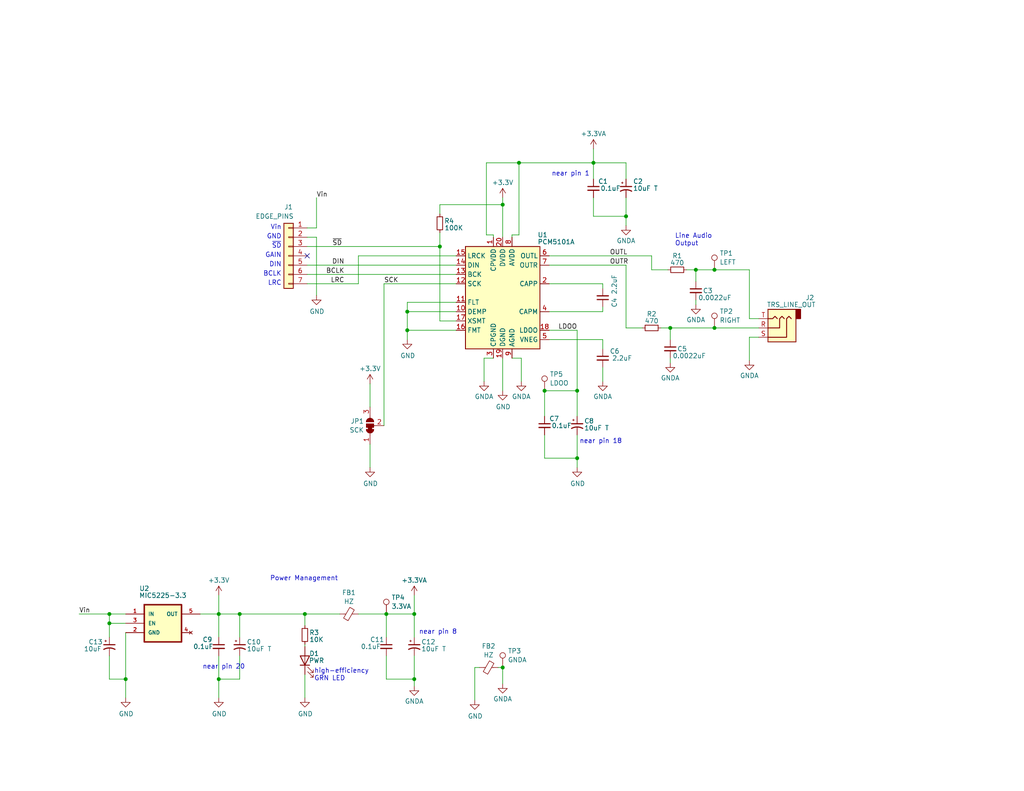
<source format=kicad_sch>
(kicad_sch (version 20230121) (generator eeschema)
  (paper "USLetter")
  (title_block (title "PCM510x_I2S_DAC Breakout") (date "2023-10-02") (rev "0.0.2") (company "Cedar Grove Studios"))
  (lib_symbols
    (symbol "Audio:PCM5101A"
      (property "Reference" "U" (at -10.16 13.97 0))
      (property "Value" "PCM5101A" (at 3.81 13.97 0))
      (symbol "PCM5101A_0_1"
        (rectangle (start -10.16 12.7) (end 10.16 -15.24) (stroke (width 0.254)) (fill (type background)))
      )
      (symbol "PCM5101A_1_1"
        (pin passive line (at -2.54 15.24 270) (length 2.54) (name "CPVDD") (number "1"))
        (pin input line (at -12.7 -5.08 0) (length 2.54) (name "DEMP") (number "10"))
        (pin input line (at -12.7 -2.54 0) (length 2.54) (name "FLT") (number "11"))
        (pin input line (at -12.7 2.54 0) (length 2.54) (name "SCK") (number "12"))
        (pin input line (at -12.7 5.08 0) (length 2.54) (name "BCK") (number "13"))
        (pin input line (at -12.7 7.62 0) (length 2.54) (name "DIN") (number "14"))
        (pin input line (at -12.7 10.16 0) (length 2.54) (name "LRCK") (number "15"))
        (pin input line (at -12.7 -10.16 0) (length 2.54) (name "FMT") (number "16"))
        (pin input line (at -12.7 -7.62 0) (length 2.54) (name "XSMT") (number "17"))
        (pin passive line (at 12.7 -10.16 180) (length 2.54) (name "LDOO") (number "18"))
        (pin power_in line (at 0 -17.78 90) (length 2.54) (name "DGND") (number "19"))
        (pin passive line (at 12.7 2.54 180) (length 2.54) (name "CAPP") (number "2"))
        (pin power_in line (at 0 15.24 270) (length 2.54) (name "DVDD") (number "20"))
        (pin power_in line (at -2.54 -17.78 90) (length 2.54) (name "CPGND") (number "3"))
        (pin passive line (at 12.7 -5.08 180) (length 2.54) (name "CAPM") (number "4"))
        (pin passive line (at 12.7 -12.7 180) (length 2.54) (name "VNEG") (number "5"))
        (pin output line (at 12.7 10.16 180) (length 2.54) (name "OUTL") (number "6"))
        (pin output line (at 12.7 7.62 180) (length 2.54) (name "OUTR") (number "7"))
        (pin power_in line (at 2.54 15.24 270) (length 2.54) (name "AVDD") (number "8"))
        (pin power_in line (at 2.54 -17.78 90) (length 2.54) (name "AGND") (number "9"))
      )
    )
    (symbol "Connector:TestPoint" (pin_numbers hide) (pin_names (offset 0.762) hide)
      (property "Reference" "TP" (at 0 6.858 0))
      (property "Value" "TestPoint" (at 0 5.08 0))
      (symbol "TestPoint_0_1"
        (circle (center 0 3.302) (radius 0.762))
      )
      (symbol "TestPoint_1_1"
        (pin passive line (at 0 0 90) (length 2.54) (name "1") (number "1"))
      )
    )
    (symbol "Connector_Audio:AudioJack3"
      (property "Reference" "J" (at 0 8.89 0))
      (property "Value" "AudioJack3" (at 0 6.35 0))
      (symbol "AudioJack3_0_1"
        (rectangle (start -5.08 -5.08) (end -6.35 -2.54) (stroke (width 0.254)) (fill (type outline)))
        (polyline (pts (xy 0 -2.54) (xy 0.635 -3.175) (xy 1.27 -2.54) (xy 2.54 -2.54)) (stroke (width 0.254)))
        (polyline (pts (xy -1.905 -2.54) (xy -1.27 -3.175) (xy -0.635 -2.54) (xy -0.635 0) (xy 2.54 0)) (stroke (width 0.254)))
        (polyline (pts (xy 2.54 2.54) (xy -2.54 2.54) (xy -2.54 -2.54) (xy -3.175 -3.175) (xy -3.81 -2.54)) (stroke (width 0.254)))
        (rectangle (start 2.54 3.81) (end -5.08 -5.08) (stroke (width 0.254)) (fill (type background)))
      )
      (symbol "AudioJack3_1_1"
        (pin passive line (at 5.08 0 180) (length 2.54) (name "~") (number "R"))
        (pin passive line (at 5.08 2.54 180) (length 2.54) (name "~") (number "S"))
        (pin passive line (at 5.08 -2.54 180) (length 2.54) (name "~") (number "T"))
      )
    )
    (symbol "Connector_Generic:Conn_01x07" (pin_names (offset 1.016) hide)
      (property "Reference" "J" (at 0 10.16 0))
      (property "Value" "Conn_01x07" (at 0 -10.16 0))
      (symbol "Conn_01x07_1_1"
        (rectangle (start -1.27 -7.493) (end 0 -7.747) (stroke (width 0.1524)))
        (rectangle (start -1.27 -4.953) (end 0 -5.207) (stroke (width 0.1524)))
        (rectangle (start -1.27 -2.413) (end 0 -2.667) (stroke (width 0.1524)))
        (rectangle (start -1.27 0.127) (end 0 -0.127) (stroke (width 0.1524)))
        (rectangle (start -1.27 2.667) (end 0 2.413) (stroke (width 0.1524)))
        (rectangle (start -1.27 5.207) (end 0 4.953) (stroke (width 0.1524)))
        (rectangle (start -1.27 7.747) (end 0 7.493) (stroke (width 0.1524)))
        (rectangle (start -1.27 8.89) (end 1.27 -8.89) (stroke (width 0.254)) (fill (type background)))
        (pin passive line (at -5.08 7.62 0) (length 3.81) (name "Pin_1") (number "1"))
        (pin passive line (at -5.08 5.08 0) (length 3.81) (name "Pin_2") (number "2"))
        (pin passive line (at -5.08 2.54 0) (length 3.81) (name "Pin_3") (number "3"))
        (pin passive line (at -5.08 0 0) (length 3.81) (name "Pin_4") (number "4"))
        (pin passive line (at -5.08 -2.54 0) (length 3.81) (name "Pin_5") (number "5"))
        (pin passive line (at -5.08 -5.08 0) (length 3.81) (name "Pin_6") (number "6"))
        (pin passive line (at -5.08 -7.62 0) (length 3.81) (name "Pin_7") (number "7"))
      )
    )
    (symbol "Device:C_Polarized_Small_US" (pin_numbers hide) (pin_names (offset 0.254) hide)
      (property "Reference" "C" (at 0.254 1.778 0))
      (property "Value" "C_Polarized_Small_US" (at 0.254 -2.032 0))
      (symbol "C_Polarized_Small_US_0_1"
        (polyline (pts (xy -1.524 0.508) (xy 1.524 0.508)) (stroke (width 0.3048)))
        (polyline (pts (xy -1.27 1.524) (xy -0.762 1.524)))
        (polyline (pts (xy -1.016 1.27) (xy -1.016 1.778)))
        (arc (start 1.524 -0.762) (mid 0 -0.3734) (end -1.524 -0.762) (stroke (width 0.3048)))
      )
      (symbol "C_Polarized_Small_US_1_1"
        (pin passive line (at 0 2.54 270) (length 2.032) (name "~") (number "1"))
        (pin passive line (at 0 -2.54 90) (length 2.032) (name "~") (number "2"))
      )
    )
    (symbol "Device:C_Small" (pin_numbers hide) (pin_names (offset 0.254) hide)
      (property "Reference" "C" (at 0.254 1.778 0))
      (property "Value" "C_Small" (at 0.254 -2.032 0))
      (symbol "C_Small_0_1"
        (polyline (pts (xy -1.524 -0.508) (xy 1.524 -0.508)) (stroke (width 0.3302)))
        (polyline (pts (xy -1.524 0.508) (xy 1.524 0.508)) (stroke (width 0.3048)))
      )
      (symbol "C_Small_1_1"
        (pin passive line (at 0 2.54 270) (length 2.032) (name "~") (number "1"))
        (pin passive line (at 0 -2.54 90) (length 2.032) (name "~") (number "2"))
      )
    )
    (symbol "Device:FerriteBead_Small" (pin_numbers hide) (pin_names (offset 0))
      (property "Reference" "FB" (at 1.905 1.27 0))
      (property "Value" "FerriteBead_Small" (at 1.905 -1.27 0))
      (symbol "FerriteBead_Small_0_1"
        (polyline (pts (xy 0 -1.27) (xy 0 -0.7874)))
        (polyline (pts (xy 0 0.889) (xy 0 1.2954)))
        (polyline (pts (xy -1.8288 0.2794) (xy -1.1176 1.4986) (xy 1.8288 -0.2032) (xy 1.1176 -1.4224) (xy -1.8288 0.2794)))
      )
      (symbol "FerriteBead_Small_1_1"
        (pin passive line (at 0 2.54 270) (length 1.27) (name "~") (number "1"))
        (pin passive line (at 0 -2.54 90) (length 1.27) (name "~") (number "2"))
      )
    )
    (symbol "Device:LED" (pin_numbers hide) (pin_names (offset 1.016) hide)
      (property "Reference" "D" (at 0 2.54 0))
      (property "Value" "LED" (at 0 -2.54 0))
      (symbol "LED_0_1"
        (polyline (pts (xy -1.27 -1.27) (xy -1.27 1.27)) (stroke (width 0.254)))
        (polyline (pts (xy -1.27 0) (xy 1.27 0)))
        (polyline (pts (xy 1.27 -1.27) (xy 1.27 1.27) (xy -1.27 0) (xy 1.27 -1.27)) (stroke (width 0.254)))
        (polyline (pts (xy -3.048 -0.762) (xy -4.572 -2.286) (xy -3.81 -2.286) (xy -4.572 -2.286) (xy -4.572 -1.524)))
        (polyline (pts (xy -1.778 -0.762) (xy -3.302 -2.286) (xy -2.54 -2.286) (xy -3.302 -2.286) (xy -3.302 -1.524)))
      )
      (symbol "LED_1_1"
        (pin passive line (at -3.81 0 0) (length 2.54) (name "K") (number "1"))
        (pin passive line (at 3.81 0 180) (length 2.54) (name "A") (number "2"))
      )
    )
    (symbol "Device:R_Small" (pin_numbers hide) (pin_names (offset 0.254) hide)
      (property "Reference" "R" (at 0.762 0.508 0))
      (property "Value" "R_Small" (at 0.762 -1.016 0))
      (symbol "R_Small_0_1"
        (rectangle (start -0.762 1.778) (end 0.762 -1.778) (stroke (width 0.2032)))
      )
      (symbol "R_Small_1_1"
        (pin passive line (at 0 2.54 270) (length 0.762) (name "~") (number "1"))
        (pin passive line (at 0 -2.54 90) (length 0.762) (name "~") (number "2"))
      )
    )
    (symbol "Jumper:SolderJumper_3_Bridged12" (pin_names (offset 0) hide)
      (property "Reference" "JP" (at -2.54 -2.54 0))
      (property "Value" "SolderJumper_3_Bridged12" (at 0 2.794 0))
      (symbol "SolderJumper_3_Bridged12_0_1"
        (rectangle (start -1.016 0.508) (end -0.508 -0.508) (fill (type outline)))
        (arc (start -1.016 1.016) (mid -2.0276 0) (end -1.016 -1.016))
        (arc (start -1.016 1.016) (mid -2.0276 0) (end -1.016 -1.016) (fill (type outline)))
        (rectangle (start -0.508 1.016) (end 0.508 -1.016) (fill (type outline)))
        (polyline (pts (xy -2.54 0) (xy -2.032 0)))
        (polyline (pts (xy -1.016 1.016) (xy -1.016 -1.016)))
        (polyline (pts (xy 0 -1.27) (xy 0 -1.016)))
        (polyline (pts (xy 1.016 1.016) (xy 1.016 -1.016)))
        (polyline (pts (xy 2.54 0) (xy 2.032 0)))
        (arc (start 1.016 -1.016) (mid 2.0276 0) (end 1.016 1.016))
        (arc (start 1.016 -1.016) (mid 2.0276 0) (end 1.016 1.016) (fill (type outline)))
      )
      (symbol "SolderJumper_3_Bridged12_1_1"
        (pin passive line (at -5.08 0 0) (length 2.54) (name "A") (number "1"))
        (pin passive line (at 0 -3.81 90) (length 2.54) (name "C") (number "2"))
        (pin passive line (at 5.08 0 180) (length 2.54) (name "B") (number "3"))
      )
    )
    (symbol "Regulator_Linear:MIC5225-3.3YM5" (pin_names (offset 1.016))
      (property "Reference" "U" (at -6.985 7.62 0))
      (property "Value" "MIC5225-3.3YM5" (at -6.985 5.715 0))
      (symbol "MIC5225-3.3YM5_0_0"
        (rectangle (start -5.08 5.08) (end 5.08 -5.08) (stroke (width 0.41)) (fill (type background)))
        (pin input line (at -10.16 2.54 0) (length 5.08) (name "IN") (number "1"))
        (pin power_in line (at -10.16 -2.54 0) (length 5.08) (name "GND") (number "2"))
        (pin input line (at -10.16 0 0) (length 5.08) (name "EN") (number "3"))
        (pin output line (at 10.16 2.54 180) (length 5.08) (name "OUT") (number "5"))
      )
      (symbol "MIC5225-3.3YM5_1_0"
        (pin no_connect line (at 7.62 -2.54 180) (length 2.54) (name "") (number "4"))
      )
    )
    (symbol "power:+3.3V" (power) (pin_names (offset 0))
      (property "Value" "+3.3V" (at 0 3.556 0))
      (symbol "+3.3V_0_1"
        (polyline (pts (xy -0.762 1.27) (xy 0 2.54)))
        (polyline (pts (xy 0 0) (xy 0 2.54)))
        (polyline (pts (xy 0 2.54) (xy 0.762 1.27)))
      )
      (symbol "+3.3V_1_1"
        (pin power_in line (at 0 0 90) (length 0) hide (name "+3.3V") (number "1"))
      )
    )
    (symbol "power:+3.3VA" (power) (pin_names (offset 0))
      (property "Value" "+3.3VA" (at 0 3.556 0))
      (symbol "+3.3VA_0_1"
        (polyline (pts (xy -0.762 1.27) (xy 0 2.54)))
        (polyline (pts (xy 0 0) (xy 0 2.54)))
        (polyline (pts (xy 0 2.54) (xy 0.762 1.27)))
      )
      (symbol "+3.3VA_1_1"
        (pin power_in line (at 0 0 90) (length 0) hide (name "+3.3VA") (number "1"))
      )
    )
    (symbol "power:GND" (power) (pin_names (offset 0))
      (property "Value" "GND" (at 0 -3.81 0))
      (symbol "GND_0_1"
        (polyline (pts (xy 0 0) (xy 0 -1.27) (xy 1.27 -1.27) (xy 0 -2.54) (xy -1.27 -1.27) (xy 0 -1.27)))
      )
      (symbol "GND_1_1"
        (pin power_in line (at 0 0 270) (length 0) hide (name "GND") (number "1"))
      )
    )
    (symbol "power:GNDA" (power) (pin_names (offset 0))
      (property "Value" "GNDA" (at 0 -3.81 0))
      (symbol "GNDA_0_1"
        (polyline (pts (xy 0 0) (xy 0 -1.27) (xy 1.27 -1.27) (xy 0 -2.54) (xy -1.27 -1.27) (xy 0 -1.27)))
      )
      (symbol "GNDA_1_1"
        (pin power_in line (at 0 0 270) (length 0) hide (name "GNDA") (number "1"))
      )
    )
  )
  (junction (at 182.88 89.535))
  (junction (at 29.845 167.64))
  (junction (at 113.03 167.64))
  (junction (at 59.69 185.42))
  (junction (at 148.59 106.68))
  (junction (at 65.405 167.64))
  (junction (at 113.03 185.42))
  (junction (at 194.945 89.535))
  (junction (at 111.125 85.09))
  (junction (at 170.815 59.055))
  (junction (at 105.41 167.64))
  (junction (at 141.605 44.45))
  (junction (at 157.48 106.68))
  (junction (at 161.925 44.45))
  (junction (at 137.16 55.88))
  (junction (at 34.29 185.42))
  (junction (at 157.48 125.095))
  (junction (at 83.185 167.64))
  (junction (at 59.69 167.64))
  (junction (at 120.015 67.31))
  (junction (at 194.945 73.66))
  (junction (at 137.16 182.245))
  (junction (at 189.865 73.66))
  (junction (at 29.845 170.18))
  (junction (at 111.125 90.17))
  (no_connect (at 83.82 69.85))
  (wire (pts (xy 149.86 92.71) (xy 164.465 92.71)))
  (wire (pts (xy 204.47 86.995) (xy 207.01 86.995)))
  (wire (pts (xy 141.605 44.45) (xy 132.715 44.45)))
  (wire (pts (xy 113.03 162.56) (xy 113.03 167.64)))
  (wire (pts (xy 148.59 118.745) (xy 148.59 125.095)))
  (wire (pts (xy 170.815 72.39) (xy 170.815 89.535)))
  (wire (pts (xy 177.8 69.85) (xy 177.8 73.66)))
  (wire (pts (xy 65.405 167.64) (xy 65.405 173.99)))
  (wire (pts (xy 139.7 64.77) (xy 139.7 64.135)))
  (wire (pts (xy 148.59 125.095) (xy 157.48 125.095)))
  (wire (pts (xy 137.16 55.88) (xy 137.16 64.77)))
  (wire (pts (xy 161.925 59.055) (xy 170.815 59.055)))
  (wire (pts (xy 129.54 191.135) (xy 129.54 182.245)))
  (wire (pts (xy 29.845 167.64) (xy 29.845 170.18)))
  (wire (pts (xy 105.41 185.42) (xy 113.03 185.42)))
  (wire (pts (xy 59.69 185.42) (xy 59.69 190.5)))
  (wire (pts (xy 97.79 69.85) (xy 97.79 77.47)))
  (wire (pts (xy 83.82 74.93) (xy 124.46 74.93)))
  (wire (pts (xy 120.015 55.88) (xy 137.16 55.88)))
  (wire (pts (xy 204.47 92.075) (xy 204.47 98.425)))
  (wire (pts (xy 161.925 44.45) (xy 161.925 48.895)))
  (wire (pts (xy 132.715 44.45) (xy 132.715 64.135)))
  (wire (pts (xy 83.82 72.39) (xy 124.46 72.39)))
  (wire (pts (xy 111.125 90.17) (xy 111.125 92.71)))
  (wire (pts (xy 21.59 167.64) (xy 29.845 167.64)))
  (wire (pts (xy 142.24 97.79) (xy 139.7 97.79)))
  (wire (pts (xy 164.465 92.71) (xy 164.465 95.25)))
  (wire (pts (xy 59.69 162.56) (xy 59.69 167.64)))
  (wire (pts (xy 100.965 121.285) (xy 100.965 127.635)))
  (wire (pts (xy 182.88 89.535) (xy 180.34 89.535)))
  (wire (pts (xy 139.7 64.135) (xy 141.605 64.135)))
  (wire (pts (xy 83.82 67.31) (xy 120.015 67.31)))
  (wire (pts (xy 83.185 167.64) (xy 83.185 170.815)))
  (wire (pts (xy 29.845 185.42) (xy 29.845 179.07)))
  (wire (pts (xy 148.59 106.68) (xy 157.48 106.68)))
  (wire (pts (xy 113.03 185.42) (xy 113.03 187.325)))
  (wire (pts (xy 111.125 90.17) (xy 124.46 90.17)))
  (wire (pts (xy 83.82 64.77) (xy 86.36 64.77)))
  (wire (pts (xy 161.925 53.975) (xy 161.925 59.055)))
  (wire (pts (xy 86.36 53.975) (xy 86.36 62.23)))
  (wire (pts (xy 83.185 175.895) (xy 83.185 176.53)))
  (wire (pts (xy 134.62 64.135) (xy 134.62 64.77)))
  (wire (pts (xy 29.845 185.42) (xy 34.29 185.42)))
  (wire (pts (xy 182.88 89.535) (xy 194.945 89.535)))
  (wire (pts (xy 157.48 106.68) (xy 157.48 113.665)))
  (wire (pts (xy 189.865 73.66) (xy 187.325 73.66)))
  (wire (pts (xy 148.59 106.68) (xy 148.59 113.665)))
  (wire (pts (xy 104.775 77.47) (xy 124.46 77.47)))
  (wire (pts (xy 149.86 72.39) (xy 170.815 72.39)))
  (wire (pts (xy 170.815 59.055) (xy 170.815 61.595)))
  (wire (pts (xy 161.925 40.64) (xy 161.925 44.45)))
  (wire (pts (xy 161.925 44.45) (xy 170.815 44.45)))
  (wire (pts (xy 132.715 64.135) (xy 134.62 64.135)))
  (wire (pts (xy 189.865 73.66) (xy 194.945 73.66)))
  (wire (pts (xy 164.465 100.33) (xy 164.465 104.14)))
  (wire (pts (xy 189.865 76.835) (xy 189.865 73.66)))
  (wire (pts (xy 194.945 89.535) (xy 207.01 89.535)))
  (wire (pts (xy 149.86 77.47) (xy 164.465 77.47)))
  (wire (pts (xy 141.605 64.135) (xy 141.605 44.45)))
  (wire (pts (xy 111.125 85.09) (xy 124.46 85.09)))
  (wire (pts (xy 182.88 92.71) (xy 182.88 89.535)))
  (wire (pts (xy 97.79 69.85) (xy 124.46 69.85)))
  (wire (pts (xy 113.03 167.64) (xy 113.03 173.99)))
  (wire (pts (xy 86.36 64.77) (xy 86.36 80.645)))
  (wire (pts (xy 189.865 81.915) (xy 189.865 83.185)))
  (wire (pts (xy 113.03 179.07) (xy 113.03 185.42)))
  (wire (pts (xy 194.945 73.66) (xy 204.47 73.66)))
  (wire (pts (xy 59.69 179.07) (xy 59.69 185.42)))
  (wire (pts (xy 83.185 167.64) (xy 92.71 167.64)))
  (wire (pts (xy 105.41 185.42) (xy 105.41 179.07)))
  (wire (pts (xy 137.16 53.975) (xy 137.16 55.88)))
  (wire (pts (xy 137.16 182.245) (xy 135.89 182.245)))
  (wire (pts (xy 59.69 173.99) (xy 59.69 167.64)))
  (wire (pts (xy 59.69 185.42) (xy 65.405 185.42)))
  (wire (pts (xy 149.86 69.85) (xy 177.8 69.85)))
  (wire (pts (xy 34.29 185.42) (xy 34.29 190.5)))
  (wire (pts (xy 149.86 85.09) (xy 164.465 85.09)))
  (wire (pts (xy 164.465 77.47) (xy 164.465 78.74)))
  (wire (pts (xy 157.48 125.095) (xy 157.48 127.635)))
  (wire (pts (xy 65.405 167.64) (xy 83.185 167.64)))
  (wire (pts (xy 149.86 90.17) (xy 157.48 90.17)))
  (wire (pts (xy 59.69 167.64) (xy 65.405 167.64)))
  (wire (pts (xy 132.08 97.79) (xy 134.62 97.79)))
  (wire (pts (xy 204.47 92.075) (xy 207.01 92.075)))
  (wire (pts (xy 132.08 104.14) (xy 132.08 97.79)))
  (wire (pts (xy 120.015 63.5) (xy 120.015 67.31)))
  (wire (pts (xy 204.47 73.66) (xy 204.47 86.995)))
  (wire (pts (xy 120.015 67.31) (xy 120.015 87.63)))
  (wire (pts (xy 164.465 85.09) (xy 164.465 83.82)))
  (wire (pts (xy 157.48 90.17) (xy 157.48 106.68)))
  (wire (pts (xy 170.815 53.975) (xy 170.815 59.055)))
  (wire (pts (xy 129.54 182.245) (xy 130.81 182.245)))
  (wire (pts (xy 29.845 170.18) (xy 34.29 170.18)))
  (wire (pts (xy 141.605 44.45) (xy 161.925 44.45)))
  (wire (pts (xy 104.775 77.47) (xy 104.775 116.205)))
  (wire (pts (xy 170.815 89.535) (xy 175.26 89.535)))
  (wire (pts (xy 170.815 44.45) (xy 170.815 48.895)))
  (wire (pts (xy 97.79 167.64) (xy 105.41 167.64)))
  (wire (pts (xy 105.41 167.64) (xy 113.03 167.64)))
  (wire (pts (xy 124.46 87.63) (xy 120.015 87.63)))
  (wire (pts (xy 100.965 104.775) (xy 100.965 111.125)))
  (wire (pts (xy 83.82 77.47) (xy 97.79 77.47)))
  (wire (pts (xy 83.82 62.23) (xy 86.36 62.23)))
  (wire (pts (xy 177.8 73.66) (xy 182.245 73.66)))
  (wire (pts (xy 111.125 82.55) (xy 111.125 85.09)))
  (wire (pts (xy 29.845 167.64) (xy 34.29 167.64)))
  (wire (pts (xy 157.48 118.745) (xy 157.48 125.095)))
  (wire (pts (xy 29.845 170.18) (xy 29.845 173.99)))
  (wire (pts (xy 111.125 85.09) (xy 111.125 90.17)))
  (wire (pts (xy 83.185 184.15) (xy 83.185 190.5)))
  (wire (pts (xy 142.24 104.14) (xy 142.24 97.79)))
  (wire (pts (xy 105.41 173.99) (xy 105.41 167.64)))
  (wire (pts (xy 120.015 58.42) (xy 120.015 55.88)))
  (wire (pts (xy 124.46 82.55) (xy 111.125 82.55)))
  (wire (pts (xy 137.16 186.69) (xy 137.16 182.245)))
  (wire (pts (xy 137.16 97.79) (xy 137.16 106.68)))
  (wire (pts (xy 182.88 97.79) (xy 182.88 99.06)))
  (wire (pts (xy 65.405 185.42) (xy 65.405 179.07)))
  (wire (pts (xy 54.61 167.64) (xy 59.69 167.64)))
  (wire (pts (xy 34.29 172.72) (xy 34.29 185.42)))
  (text "GND" (at 76.835 65.405 0) (effects (font (size 1.27 1.27)) (justify right bottom)))
  (text "high-efficiency\nGRN LED" (at 85.725 186.055 0) (effects (font (size 1.27 1.27)) (justify left bottom)))
  (text "LRC" (at 76.835 78.105 0) (effects (font (size 1.27 1.27)) (justify right bottom)))
  (text "near pin 1" (at 150.495 48.26 0) (effects (font (size 1.27 1.27)) (justify left bottom)))
  (text "Vin" (at 76.835 62.865 0) (effects (font (size 1.27 1.27)) (justify right bottom)))
  (text "DIN" (at 76.835 73.025 0) (effects (font (size 1.27 1.27)) (justify right bottom)))
  (text "Line Audio\nOutput" (at 184.15 67.31 0) (effects (font (size 1.27 1.27)) (justify left bottom)))
  (text "near pin 18" (at 158.115 121.285 0) (effects (font (size 1.27 1.27)) (justify left bottom)))
  (text "near pin 20" (at 55.245 182.88 0) (effects (font (size 1.27 1.27)) (justify left bottom)))
  (text "Power Management" (at 73.66 158.75 0) (effects (font (size 1.27 1.27)) (justify left bottom)))
  (text "BCLK" (at 76.835 75.565 0) (effects (font (size 1.27 1.27)) (justify right bottom)))
  (text "GAIN" (at 76.835 70.485 0) (effects (font (size 1.27 1.27)) (justify right bottom)))
  (text "~{SD}" (at 76.835 67.945 0) (effects (font (size 1.27 1.27)) (justify right bottom)))
  (text "near pin 8" (at 114.3 173.355 0) (effects (font (size 1.27 1.27)) (justify left bottom)))
  (label "Vin" (at 86.36 54.102 0))
  (label "OUTR" (at 166.37 72.39 0))
  (label "BCLK" (at 93.98 74.93 180))
  (label "DIN" (at 93.98 72.39 180))
  (label "SCK" (at 104.775 77.47 0))
  (label "Vin" (at 21.59 167.64 0))
  (label "~{SD}" (at 93.345 67.31 180))
  (label "LDOO" (at 157.48 90.17 180))
  (label "LRC" (at 93.98 77.47 180))
  (label "OUTL" (at 166.37 69.85 0))
  (symbol (lib_id "power:GND") (at 59.69 190.5 0) (unit 1)
    (property "Reference" "#PWR019" (effects hide))
    (property "Value" "GND" (at 59.817 194.8942 0))
  )
  (symbol (lib_id "Device:C_Small") (at 59.69 176.53 0) (unit 1)
    (property "Reference" "C9" (at 55.245 174.625 0) (effects (justify left)))
    (property "Value" "0.1uF" (at 52.705 176.53 0) (effects (justify left)))
    (property "Footprint" "Capacitor_SMD:C_0805_2012Metric" (effects hide))
  )
  (symbol (lib_id "Device:LED") (at 83.185 180.34 90) (unit 1)
    (property "Reference" "D1" (at 85.725 178.435 90))
    (property "Value" "PWR" (at 86.36 180.34 90))
    (property "Footprint" "LED_SMD:LED_0805_2012Metric" (effects hide))
  )
  (symbol (lib_id "Device:R_Small") (at 83.185 173.355 0) (unit 1)
    (property "Reference" "R3" (at 85.725 172.72 0))
    (property "Value" "10K" (at 86.36 174.625 0))
    (property "Footprint" "Resistor_SMD:R_0805_2012Metric" (effects hide))
  )
  (symbol (lib_id "power:GND") (at 86.36 80.645 0) (unit 1)
    (property "Reference" "#PWR06" (effects hide))
    (property "Value" "GND" (at 86.487 85.0392 0))
  )
  (symbol (lib_id "Device:FerriteBead_Small") (at 95.25 167.64 90) (unit 1)
    (property "Reference" "FB1" (at 95.2119 161.7939 90))
    (property "Value" "HZ" (at 95.2119 164.2181 90))
    (property "Footprint" "Resistor_SMD:R_0805_2012Metric" (effects hide))
  )
  (symbol (lib_id "Device:C_Polarized_Small_US") (at 29.845 176.53 0) (unit 1)
    (property "Reference" "C13" (at 24.13 175.26 0) (effects (justify left)))
    (property "Value" "10uF" (at 22.86 177.165 0) (effects (justify left)))
    (property "Footprint" "Capacitor_SMD:C_0805_2012Metric" (effects hide))
  )
  (symbol (lib_id "power:GND") (at 137.16 106.68 0) (unit 1)
    (property "Reference" "#PWR012" (effects hide))
    (property "Value" "GND" (at 137.287 111.0742 0))
  )
  (symbol (lib_id "Audio:PCM5101A") (at 137.16 80.01 0) (unit 1)
    (property "Reference" "U1" (at 146.685 64.135 0) (effects (justify left)))
    (property "Value" "PCM5101A" (at 146.685 66.04 0) (effects (justify left)))
    (property "Footprint" "Package_SO:TSSOP-20_4.4x6.5mm_P0.65mm" (effects hide))
    (property "Datasheet" "https://www.ti.com/lit/ds/symlink/pcm5101a.pdf" (effects hide))
  )
  (symbol (lib_id "power:GND") (at 111.125 92.71 0) (unit 1)
    (property "Reference" "#PWR022" (effects hide))
    (property "Value" "GND" (at 111.252 97.1042 0))
  )
  (symbol (lib_id "Device:C_Small") (at 164.465 81.28 180) (unit 1)
    (property "Reference" "C4" (at 167.64 81.28 90) (effects (justify left)))
    (property "Value" "2.2uF" (at 167.64 74.93 90) (effects (justify left)))
    (property "Footprint" "Capacitor_SMD:C_0805_2012Metric" (effects hide))
  )
  (symbol (lib_id "power:GNDA") (at 164.465 104.14 0) (unit 1)
    (property "Reference" "#PWR010" (effects hide))
    (property "Value" "GNDA" (at 164.465 108.2731 0))
  )
  (symbol (lib_id "Device:C_Polarized_Small_US") (at 170.815 51.435 0) (unit 1)
    (property "Reference" "C2" (at 172.72 49.53 0) (effects (justify left)))
    (property "Value" "10uF T" (at 172.72 51.435 0) (effects (justify left)))
    (property "Footprint" "Capacitor_SMD:C_0805_2012Metric" (effects hide))
  )
  (symbol (lib_id "power:GND") (at 100.965 127.635 0) (unit 1)
    (property "Reference" "#PWR013" (effects hide))
    (property "Value" "GND" (at 101.092 132.0292 0))
  )
  (symbol (lib_id "power:+3.3VA") (at 113.03 162.56 0) (unit 1)
    (property "Reference" "#PWR016" (effects hide))
    (property "Value" "+3.3VA" (at 113.03 158.4269 0))
  )
  (symbol (lib_id "Connector:TestPoint") (at 105.41 167.64 0) (unit 1)
    (property "Reference" "TP4" (at 106.807 163.1259 0) (effects (justify left)))
    (property "Value" "3.3VA" (at 106.807 165.5501 0) (effects (justify left)))
    (property "Footprint" "TestPoint:TestPoint_Pad_2.0x2.0mm" (effects hide))
  )
  (symbol (lib_id "power:GNDA") (at 170.815 61.595 0) (unit 1)
    (property "Reference" "#PWR05" (effects hide))
    (property "Value" "GNDA" (at 170.815 65.7281 0))
  )
  (symbol (lib_id "Connector_Generic:Conn_01x07") (at 78.74 69.85 0) (mirror y) (unit 1)
    (property "Reference" "J1" (at 78.74 56.515 0))
    (property "Value" "EDGE_PINS" (at 74.93 59.055 0))
    (property "Footprint" "Connector_PinSocket_2.54mm:PinSocket_1x07_P2.54mm_Vertical" (effects hide))
  )
  (symbol (lib_id "power:GND") (at 129.54 191.135 0) (unit 1)
    (property "Reference" "#PWR021" (effects hide))
    (property "Value" "GND" (at 129.667 195.5292 0))
  )
  (symbol (lib_id "Device:C_Polarized_Small_US") (at 113.03 176.53 0) (unit 1)
    (property "Reference" "C12" (at 114.935 175.26 0) (effects (justify left)))
    (property "Value" "10uF T" (at 114.935 177.165 0) (effects (justify left)))
    (property "Footprint" "Capacitor_SMD:C_0805_2012Metric" (effects hide))
  )
  (symbol (lib_id "Device:C_Small") (at 148.59 116.205 0) (unit 1)
    (property "Reference" "C7" (at 149.86 114.3 0) (effects (justify left)))
    (property "Value" "0.1uF" (at 150.495 116.205 0) (effects (justify left)))
    (property "Footprint" "Capacitor_SMD:C_0805_2012Metric" (effects hide))
  )
  (symbol (lib_id "power:GNDA") (at 204.47 98.425 0) (unit 1)
    (property "Reference" "#PWR08" (effects hide))
    (property "Value" "GNDA" (at 204.47 102.5581 0))
  )
  (symbol (lib_id "Connector_Audio:AudioJack3") (at 212.09 89.535 180) (unit 1)
    (property "Reference" "J2" (at 220.98 81.28 0))
    (property "Value" "TRS_LINE_OUT" (at 215.9 83.185 0))
    (property "Footprint" "Connector_Audio:Jack_3.5mm_CUI_SJ-3523-SMT_Horizontal" (effects hide))
  )
  (symbol (lib_id "power:GND") (at 157.48 127.635 0) (unit 1)
    (property "Reference" "#PWR014" (effects hide))
    (property "Value" "GND" (at 157.607 132.0292 0))
  )
  (symbol (lib_id "power:GNDA") (at 189.865 83.185 0) (unit 1)
    (property "Reference" "#PWR07" (effects hide))
    (property "Value" "GNDA" (at 189.865 87.3181 0))
  )
  (symbol (lib_id "power:+3.3V") (at 137.16 53.975 0) (unit 1)
    (property "Reference" "#PWR03" (effects hide))
    (property "Value" "+3.3V" (at 137.16 49.8419 0))
  )
  (symbol (lib_id "Device:R_Small") (at 120.015 60.96 0) (unit 1)
    (property "Reference" "R4" (at 122.555 60.325 0))
    (property "Value" "100K" (at 123.825 62.23 0))
    (property "Footprint" "Resistor_SMD:R_0805_2012Metric" (effects hide))
  )
  (symbol (lib_id "Device:R_Small") (at 177.8 89.535 90) (unit 1)
    (property "Reference" "R2" (at 177.8 85.725 90))
    (property "Value" "470" (at 177.8 87.63 90))
    (property "Footprint" "Resistor_SMD:R_0805_2012Metric" (effects hide))
  )
  (symbol (lib_id "Device:C_Small") (at 105.41 176.53 0) (unit 1)
    (property "Reference" "C11" (at 100.965 174.625 0) (effects (justify left)))
    (property "Value" "0.1uF" (at 98.425 176.53 0) (effects (justify left)))
    (property "Footprint" "Capacitor_SMD:C_0805_2012Metric" (effects hide))
  )
  (symbol (lib_id "Connector:TestPoint") (at 148.59 106.68 0) (unit 1)
    (property "Reference" "TP5" (at 149.987 102.1659 0) (effects (justify left)))
    (property "Value" "LDOO" (at 149.987 104.5901 0) (effects (justify left)))
    (property "Footprint" "TestPoint:TestPoint_Pad_2.0x2.0mm" (effects hide))
  )
  (symbol (lib_id "power:GND") (at 83.185 190.5 0) (unit 1)
    (property "Reference" "#PWR020" (effects hide))
    (property "Value" "GND" (at 83.312 194.8942 0))
  )
  (symbol (lib_id "Device:C_Polarized_Small_US") (at 157.48 116.205 0) (unit 1)
    (property "Reference" "C8" (at 159.385 114.935 0) (effects (justify left)))
    (property "Value" "10uF T" (at 159.385 116.84 0) (effects (justify left)))
    (property "Footprint" "Capacitor_SMD:C_0805_2012Metric" (effects hide))
  )
  (symbol (lib_id "power:GNDA") (at 132.08 104.14 0) (unit 1)
    (property "Reference" "#PWR024" (effects hide))
    (property "Value" "GNDA" (at 132.08 108.2731 0))
  )
  (symbol (lib_id "Regulator_Linear:MIC5225-3.3YM5") (at 44.45 170.18 0) (unit 1)
    (property "Reference" "U2" (at 39.37 160.655 0))
    (property "Value" "MIC5225-3.3" (at 44.45 162.56 0))
    (property "Footprint" "Package_TO_SOT_SMD:SOT-23-5" (effects hide))
    (property "DigiKey_Part_Number" "576-2980-2-ND" (effects hide))
    (property "MF" "Microchip" (effects hide))
    (property "Purchase-URL" "https://www.snapeda.com/api/url_track_click_mouser/?unipart_id=379563&manufacturer=Microchip&part_name=MIC5225-3.3YM5-TR&search_term=None" (effects hide))
    (property "Package" "SOT-23 Microchip" (effects hide))
    (property "Check_prices" "https://www.snapeda.com/parts/MIC5225-3.3YM5-TR/Microchip/view-part/?ref=eda" (effects hide))
    (property "STANDARD" "IPC-7351B" (effects hide))
    (property "SnapEDA_Link" "https://www.snapeda.com/parts/MIC5225-3.3YM5-TR/Microchip/view-part/?ref=snap" (effects hide))
    (property "MP" "MIC5225-3.3YM5-TR" (effects hide))
    (property "Description" "Linear Voltage Regulator IC Positive Fixed 1 Output 150mA SOT-23-5" (effects hide))
    (property "MANUFACTURER" "Microchip" (effects hide))
  )
  (symbol (lib_id "Connector:TestPoint") (at 137.16 182.245 0) (unit 1)
    (property "Reference" "TP3" (at 138.557 177.7309 0) (effects (justify left)))
    (property "Value" "GNDA" (at 138.557 180.1551 0) (effects (justify left)))
    (property "Footprint" "TestPoint:TestPoint_Pad_2.0x2.0mm" (effects hide))
  )
  (symbol (lib_id "Device:C_Small") (at 164.465 97.79 0) (unit 1)
    (property "Reference" "C6" (at 166.37 95.885 0) (effects (justify left)))
    (property "Value" "2.2uF" (at 167.005 97.79 0) (effects (justify left)))
    (property "Footprint" "Capacitor_SMD:C_0805_2012Metric" (effects hide))
  )
  (symbol (lib_id "Connector:TestPoint") (at 194.945 89.535 0) (unit 1)
    (property "Reference" "TP2" (at 196.342 85.0209 0) (effects (justify left)))
    (property "Value" "RIGHT" (at 196.342 87.4451 0) (effects (justify left)))
    (property "Footprint" "TestPoint:TestPoint_Pad_2.0x2.0mm" (effects hide))
  )
  (symbol (lib_id "Device:C_Small") (at 189.865 79.375 0) (unit 1)
    (property "Reference" "C3" (at 191.77 79.375 0) (effects (justify left)))
    (property "Value" "0.0022uF" (at 190.5 81.28 0) (effects (justify left)))
    (property "Footprint" "Capacitor_SMD:C_0805_2012Metric" (effects hide))
  )
  (symbol (lib_id "Device:FerriteBead_Small") (at 133.35 182.245 90) (unit 1)
    (property "Reference" "FB2" (at 133.3119 176.3989 90))
    (property "Value" "HZ" (at 133.3119 178.8231 90))
    (property "Footprint" "Resistor_SMD:R_0805_2012Metric" (effects hide))
  )
  (symbol (lib_id "Device:R_Small") (at 184.785 73.66 90) (unit 1)
    (property "Reference" "R1" (at 184.785 69.85 90))
    (property "Value" "470" (at 184.785 71.755 90))
    (property "Footprint" "Resistor_SMD:R_0805_2012Metric" (effects hide))
  )
  (symbol (lib_id "power:GNDA") (at 137.16 186.69 0) (unit 1)
    (property "Reference" "#PWR017" (effects hide))
    (property "Value" "GNDA" (at 137.16 190.8231 0))
  )
  (symbol (lib_id "Jumper:SolderJumper_3_Bridged12") (at 100.965 116.205 90) (unit 1)
    (property "Reference" "JP1" (at 99.3141 114.9929 90) (effects (justify left)))
    (property "Value" "SCK" (at 99.3141 117.4171 90) (effects (justify left)))
    (property "Footprint" "Jumper:SolderJumper-3_P1.3mm_Bridged12_RoundedPad1.0x1.5mm" (effects hide))
  )
  (symbol (lib_id "power:+3.3VA") (at 161.925 40.64 0) (unit 1)
    (property "Reference" "#PWR01" (effects hide))
    (property "Value" "+3.3VA" (at 161.925 36.5069 0))
  )
  (symbol (lib_id "Connector:TestPoint") (at 194.945 73.66 0) (unit 1)
    (property "Reference" "TP1" (at 196.342 69.1459 0) (effects (justify left)))
    (property "Value" "LEFT" (at 196.342 71.5701 0) (effects (justify left)))
    (property "Footprint" "TestPoint:TestPoint_Pad_2.0x2.0mm" (effects hide))
  )
  (symbol (lib_id "power:GND") (at 34.29 190.5 0) (unit 1)
    (property "Reference" "#PWR02" (effects hide))
    (property "Value" "GND" (at 34.417 194.8942 0))
  )
  (symbol (lib_id "power:+3.3V") (at 59.69 162.56 0) (unit 1)
    (property "Reference" "#PWR015" (effects hide))
    (property "Value" "+3.3V" (at 59.69 158.4269 0))
  )
  (symbol (lib_id "Device:C_Small") (at 182.88 95.25 0) (unit 1)
    (property "Reference" "C5" (at 184.785 95.25 0) (effects (justify left)))
    (property "Value" "0.0022uF" (at 183.515 97.155 0) (effects (justify left)))
    (property "Footprint" "Capacitor_SMD:C_0805_2012Metric" (effects hide))
  )
  (symbol (lib_id "power:+3.3V") (at 100.965 104.775 0) (unit 1)
    (property "Reference" "#PWR011" (effects hide))
    (property "Value" "+3.3V" (at 100.965 100.6419 0))
  )
  (symbol (lib_id "power:GNDA") (at 182.88 99.06 0) (unit 1)
    (property "Reference" "#PWR09" (effects hide))
    (property "Value" "GNDA" (at 182.88 103.1931 0))
  )
  (symbol (lib_id "Device:C_Small") (at 161.925 51.435 0) (unit 1)
    (property "Reference" "C1" (at 163.195 49.53 0) (effects (justify left)))
    (property "Value" "0.1uF" (at 163.83 51.435 0) (effects (justify left)))
    (property "Footprint" "Capacitor_SMD:C_0805_2012Metric" (effects hide))
  )
  (symbol (lib_id "power:GNDA") (at 142.24 104.14 0) (unit 1)
    (property "Reference" "#PWR023" (effects hide))
    (property "Value" "GNDA" (at 142.24 108.2731 0))
  )
  (symbol (lib_id "power:GNDA") (at 113.03 187.325 0) (unit 1)
    (property "Reference" "#PWR018" (effects hide))
    (property "Value" "GNDA" (at 113.03 191.4581 0))
  )
  (symbol (lib_id "Device:C_Polarized_Small_US") (at 65.405 176.53 0) (unit 1)
    (property "Reference" "C10" (at 67.31 175.26 0) (effects (justify left)))
    (property "Value" "10uF T" (at 67.31 177.165 0) (effects (justify left)))
    (property "Footprint" "Capacitor_SMD:C_0805_2012Metric" (effects hide))
  )
)
</source>
